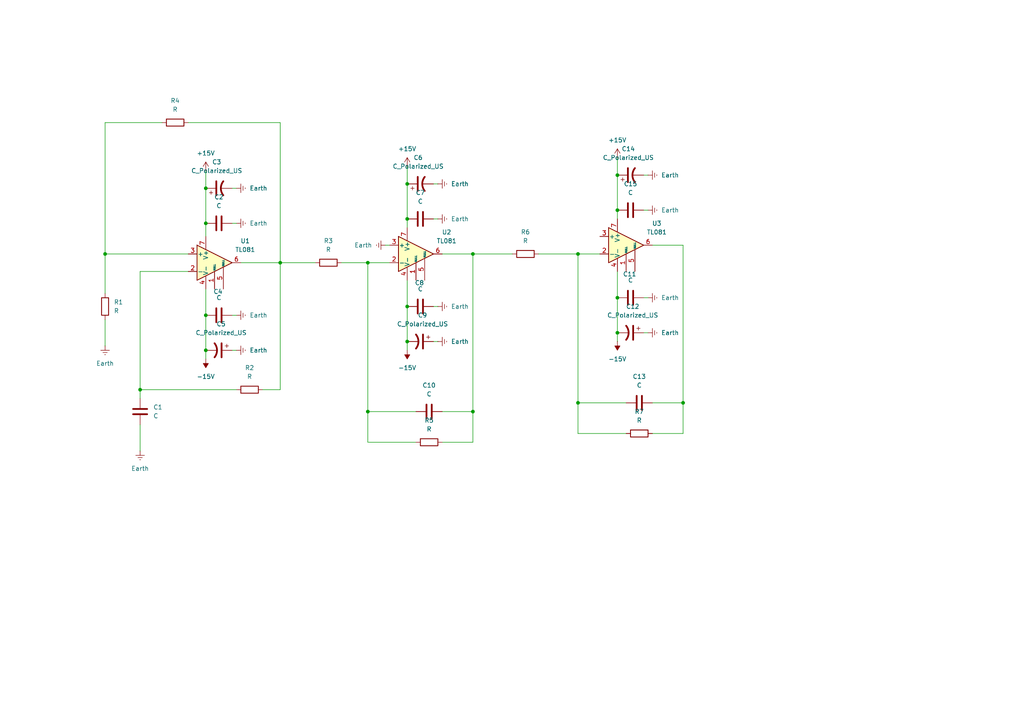
<source format=kicad_sch>
(kicad_sch (version 20231120) (generator "eeschema") (generator_version "8.0")
  (paper "A4")
  (lib_symbols
    (symbol "Amplifier_Operational:TL081" (pin_names (offset 0.127))
      (property "Reference" "U" (at 0 6.35 0))
      (property "Value" "TL081" (at 0 3.81 0))
      (symbol "TL081_0_1"
        (polyline (pts (xy -5.08 5.08) (xy 5.08 0) (xy -5.08 -5.08) (xy -5.08 5.08)) (stroke (width 0.254)) (fill (type background)))
      )
      (symbol "TL081_1_1"
        (pin input line (at 0 -7.62 90) (length 5.08) (name "NULL") (number "1"))
        (pin input line (at -7.62 -2.54 0) (length 2.54) (name "-") (number "2"))
        (pin input line (at -7.62 2.54 0) (length 2.54) (name "+") (number "3"))
        (pin power_in line (at -2.54 -7.62 90) (length 3.81) (name "V-") (number "4"))
        (pin input line (at 2.54 -7.62 90) (length 6.35) (name "NULL") (number "5"))
        (pin output line (at 7.62 0 180) (length 2.54) (name "~") (number "6"))
        (pin power_in line (at -2.54 7.62 270) (length 3.81) (name "V+") (number "7"))
        (pin no_connect line (at 0 2.54 270) (length 2.54) hide (name "NC") (number "8"))
      )
    )
    (symbol "Device:C" (pin_numbers hide) (pin_names (offset 0.254))
      (property "Reference" "C" (at 0.635 2.54 0))
      (property "Value" "C" (at 0.635 -2.54 0))
      (symbol "C_0_1"
        (polyline (pts (xy -2.032 -0.762) (xy 2.032 -0.762)) (stroke (width 0.508)))
        (polyline (pts (xy -2.032 0.762) (xy 2.032 0.762)) (stroke (width 0.508)))
      )
      (symbol "C_1_1"
        (pin passive line (at 0 3.81 270) (length 2.794) (name "~") (number "1"))
        (pin passive line (at 0 -3.81 90) (length 2.794) (name "~") (number "2"))
      )
    )
    (symbol "Device:C_Polarized_US" (pin_numbers hide) (pin_names (offset 0.254) hide)
      (property "Reference" "C" (at 0.635 2.54 0))
      (property "Value" "C_Polarized_US" (at 0.635 -2.54 0))
      (symbol "C_Polarized_US_0_1"
        (polyline (pts (xy -2.032 0.762) (xy 2.032 0.762)) (stroke (width 0.508)))
        (polyline (pts (xy -1.778 2.286) (xy -0.762 2.286)))
        (polyline (pts (xy -1.27 1.778) (xy -1.27 2.794)))
        (arc (start 2.032 -1.27) (mid 0 -0.5572) (end -2.032 -1.27) (stroke (width 0.508)))
      )
      (symbol "C_Polarized_US_1_1"
        (pin passive line (at 0 3.81 270) (length 2.794) (name "~") (number "1"))
        (pin passive line (at 0 -3.81 90) (length 3.302) (name "~") (number "2"))
      )
    )
    (symbol "Device:R" (pin_numbers hide) (pin_names (offset 0))
      (property "Reference" "R" (at 2.032 0 90))
      (property "Value" "R" (at 0 0 90))
      (symbol "R_0_1"
        (rectangle (start -1.016 -2.54) (end 1.016 2.54) (stroke (width 0.254)))
      )
      (symbol "R_1_1"
        (pin passive line (at 0 3.81 270) (length 1.27) (name "~") (number "1"))
        (pin passive line (at 0 -3.81 90) (length 1.27) (name "~") (number "2"))
      )
    )
    (symbol "power:+15V" (power) (pin_numbers hide) (pin_names (offset 0) hide)
      (property "Value" "+15V" (at 0 3.556 0))
      (symbol "+15V_0_1"
        (polyline (pts (xy -0.762 1.27) (xy 0 2.54)))
        (polyline (pts (xy 0 0) (xy 0 2.54)))
        (polyline (pts (xy 0 2.54) (xy 0.762 1.27)))
      )
      (symbol "+15V_1_1"
        (pin power_in line (at 0 0 90) (length 0) (name "~") (number "1"))
      )
    )
    (symbol "power:-15V" (power) (pin_numbers hide) (pin_names (offset 0) hide)
      (property "Value" "-15V" (at 0 3.556 0))
      (symbol "-15V_0_0"
        (pin power_in line (at 0 0 90) (length 0) (name "~") (number "1"))
      )
      (symbol "-15V_0_1"
        (polyline (pts (xy 0 0) (xy 0 1.27) (xy 0.762 1.27) (xy 0 2.54) (xy -0.762 1.27) (xy 0 1.27)) (fill (type outline)))
      )
    )
    (symbol "power:Earth" (power) (pin_numbers hide) (pin_names (offset 0) hide)
      (property "Value" "Earth" (at 0 -3.81 0))
      (symbol "Earth_0_1"
        (polyline (pts (xy -0.635 -1.905) (xy 0.635 -1.905)))
        (polyline (pts (xy -0.127 -2.54) (xy 0.127 -2.54)))
        (polyline (pts (xy 0 -1.27) (xy 0 0)))
        (polyline (pts (xy 1.27 -1.27) (xy -1.27 -1.27)))
      )
      (symbol "Earth_1_1"
        (pin power_in line (at 0 0 270) (length 0) (name "~") (number "1"))
      )
    )
  )
  (junction (at 59.69 54.61))
  (junction (at 179.07 96.52))
  (junction (at 118.11 63.5))
  (junction (at 30.48 73.66))
  (junction (at 118.11 88.9))
  (junction (at 179.07 86.36))
  (junction (at 59.69 101.6))
  (junction (at 167.64 73.66))
  (junction (at 106.68 76.2))
  (junction (at 167.64 116.84))
  (junction (at 40.64 113.03))
  (junction (at 179.07 60.96))
  (junction (at 118.11 53.34))
  (junction (at 179.07 50.8))
  (junction (at 106.68 119.38))
  (junction (at 118.11 99.06))
  (junction (at 81.28 76.2))
  (junction (at 59.69 64.77))
  (junction (at 137.16 119.38))
  (junction (at 59.69 91.44))
  (junction (at 137.16 73.66))
  (junction (at 198.12 116.84))
  (wire (pts (xy 67.31 91.44) (xy 68.58 91.44)))
  (wire (pts (xy 181.61 116.84) (xy 167.64 116.84)))
  (wire (pts (xy 179.07 60.96) (xy 179.07 63.5)))
  (wire (pts (xy 179.07 86.36) (xy 179.07 96.52)))
  (wire (pts (xy 106.68 119.38) (xy 106.68 128.27)))
  (wire (pts (xy 99.06 76.2) (xy 106.68 76.2)))
  (wire (pts (xy 189.23 125.73) (xy 198.12 125.73)))
  (wire (pts (xy 179.07 45.72) (xy 179.07 50.8)))
  (wire (pts (xy 67.31 101.6) (xy 68.58 101.6)))
  (wire (pts (xy 40.64 113.03) (xy 40.64 115.57)))
  (wire (pts (xy 167.64 116.84) (xy 167.64 125.73)))
  (wire (pts (xy 167.64 116.84) (xy 167.64 73.66)))
  (wire (pts (xy 59.69 49.53) (xy 59.69 54.61)))
  (wire (pts (xy 54.61 35.56) (xy 81.28 35.56)))
  (wire (pts (xy 125.73 53.34) (xy 127 53.34)))
  (wire (pts (xy 189.23 116.84) (xy 198.12 116.84)))
  (wire (pts (xy 40.64 113.03) (xy 68.58 113.03)))
  (wire (pts (xy 69.85 76.2) (xy 81.28 76.2)))
  (wire (pts (xy 125.73 99.06) (xy 127 99.06)))
  (wire (pts (xy 198.12 125.73) (xy 198.12 116.84)))
  (wire (pts (xy 186.69 86.36) (xy 187.96 86.36)))
  (wire (pts (xy 106.68 119.38) (xy 106.68 76.2)))
  (wire (pts (xy 106.68 128.27) (xy 120.65 128.27)))
  (wire (pts (xy 111.76 71.12) (xy 113.03 71.12)))
  (wire (pts (xy 30.48 85.09) (xy 30.48 73.66)))
  (wire (pts (xy 179.07 96.52) (xy 179.07 99.06)))
  (wire (pts (xy 67.31 64.77) (xy 68.58 64.77)))
  (wire (pts (xy 81.28 76.2) (xy 91.44 76.2)))
  (wire (pts (xy 118.11 99.06) (xy 118.11 101.6)))
  (wire (pts (xy 59.69 101.6) (xy 59.69 104.14)))
  (wire (pts (xy 120.65 119.38) (xy 106.68 119.38)))
  (wire (pts (xy 40.64 123.19) (xy 40.64 130.81)))
  (wire (pts (xy 128.27 119.38) (xy 137.16 119.38)))
  (wire (pts (xy 186.69 60.96) (xy 187.96 60.96)))
  (wire (pts (xy 30.48 73.66) (xy 54.61 73.66)))
  (wire (pts (xy 186.69 96.52) (xy 187.96 96.52)))
  (wire (pts (xy 198.12 116.84) (xy 198.12 71.12)))
  (wire (pts (xy 156.21 73.66) (xy 167.64 73.66)))
  (wire (pts (xy 118.11 53.34) (xy 118.11 63.5)))
  (wire (pts (xy 40.64 78.74) (xy 54.61 78.74)))
  (wire (pts (xy 59.69 91.44) (xy 59.69 101.6)))
  (wire (pts (xy 186.69 50.8) (xy 187.96 50.8)))
  (wire (pts (xy 81.28 113.03) (xy 81.28 76.2)))
  (wire (pts (xy 137.16 73.66) (xy 148.59 73.66)))
  (wire (pts (xy 118.11 63.5) (xy 118.11 66.04)))
  (wire (pts (xy 76.2 113.03) (xy 81.28 113.03)))
  (wire (pts (xy 81.28 35.56) (xy 81.28 76.2)))
  (wire (pts (xy 179.07 78.74) (xy 179.07 86.36)))
  (wire (pts (xy 30.48 92.71) (xy 30.48 100.33)))
  (wire (pts (xy 118.11 88.9) (xy 118.11 99.06)))
  (wire (pts (xy 137.16 119.38) (xy 137.16 73.66)))
  (wire (pts (xy 179.07 50.8) (xy 179.07 60.96)))
  (wire (pts (xy 167.64 73.66) (xy 173.99 73.66)))
  (wire (pts (xy 128.27 128.27) (xy 137.16 128.27)))
  (wire (pts (xy 118.11 48.26) (xy 118.11 53.34)))
  (wire (pts (xy 125.73 88.9) (xy 127 88.9)))
  (wire (pts (xy 59.69 54.61) (xy 59.69 64.77)))
  (wire (pts (xy 67.31 54.61) (xy 68.58 54.61)))
  (wire (pts (xy 128.27 73.66) (xy 137.16 73.66)))
  (wire (pts (xy 189.23 71.12) (xy 198.12 71.12)))
  (wire (pts (xy 40.64 78.74) (xy 40.64 113.03)))
  (wire (pts (xy 46.99 35.56) (xy 30.48 35.56)))
  (wire (pts (xy 167.64 125.73) (xy 181.61 125.73)))
  (wire (pts (xy 59.69 64.77) (xy 59.69 68.58)))
  (wire (pts (xy 118.11 81.28) (xy 118.11 88.9)))
  (wire (pts (xy 125.73 63.5) (xy 127 63.5)))
  (wire (pts (xy 106.68 76.2) (xy 113.03 76.2)))
  (wire (pts (xy 59.69 83.82) (xy 59.69 91.44)))
  (wire (pts (xy 137.16 128.27) (xy 137.16 119.38)))
  (wire (pts (xy 30.48 35.56) (xy 30.48 73.66)))
  (symbol (lib_id "power:Earth") (at 187.96 96.52 90) (unit 1)
    (property "Reference" "#PWR018" (effects (hide yes)))
    (property "Value" "Earth" (at 191.77 96.5199 90) (effects (justify right)))
    (property "Description" "Power symbol creates a global label with name \"Earth\"" (effects (hide yes)))
  )
  (symbol (lib_id "Device:C") (at 121.92 88.9 90) (unit 1)
    (property "Reference" "C8" (at 121.666 82.042 90))
    (property "Value" "C" (at 121.92 83.82 90))
    (property "Description" "Unpolarized capacitor" (effects (hide yes)))
  )
  (symbol (lib_id "Amplifier_Operational:TL081") (at 62.23 76.2 0) (unit 1)
    (property "Reference" "U1" (at 71.12 69.8814 0))
    (property "Value" "TL081" (at 71.12 72.4214 0))
    (property "Datasheet" "http://www.ti.com/lit/ds/symlink/tl081.pdf" (effects (hide yes)))
    (property "Description" "Single JFET-Input Operational Amplifiers, DIP-8/SOIC-8" (effects (hide yes)))
  )
  (symbol (lib_id "power:+15V") (at 118.11 48.26 0) (unit 1)
    (property "Reference" "#PWR09" (effects (hide yes)))
    (property "Value" "+15V" (at 118.11 43.18 0))
    (property "Description" "Power symbol creates a global label with name \"+15V\"" (effects (hide yes)))
  )
  (symbol (lib_id "power:-15V") (at 118.11 101.6 180) (unit 1)
    (property "Reference" "#PWR012" (effects (hide yes)))
    (property "Value" "-15V" (at 118.11 106.68 0))
    (property "Description" "Power symbol creates a global label with name \"-15V\"" (effects (hide yes)))
  )
  (symbol (lib_id "Device:C") (at 185.42 116.84 90) (unit 1)
    (property "Reference" "C13" (at 185.42 109.22 90))
    (property "Value" "C" (at 185.42 111.76 90))
    (property "Description" "Unpolarized capacitor" (effects (hide yes)))
  )
  (symbol (lib_id "power:Earth") (at 68.58 91.44 90) (unit 1)
    (property "Reference" "#PWR06" (effects (hide yes)))
    (property "Value" "Earth" (at 72.39 91.4399 90) (effects (justify right)))
    (property "Description" "Power symbol creates a global label with name \"Earth\"" (effects (hide yes)))
  )
  (symbol (lib_id "Device:R") (at 95.25 76.2 90) (unit 1)
    (property "Reference" "R3" (at 95.25 69.85 90))
    (property "Value" "R" (at 95.25 72.39 90))
    (property "Description" "Resistor" (effects (hide yes)))
  )
  (symbol (lib_id "power:-15V") (at 179.07 99.06 180) (unit 1)
    (property "Reference" "#PWR016" (effects (hide yes)))
    (property "Value" "-15V" (at 179.07 104.14 0))
    (property "Description" "Power symbol creates a global label with name \"-15V\"" (effects (hide yes)))
  )
  (symbol (lib_id "Device:R") (at 30.48 88.9 0) (unit 1)
    (property "Reference" "R1" (at 33.02 87.6299 0) (effects (justify left)))
    (property "Value" "R" (at 33.02 90.1699 0) (effects (justify left)))
    (property "Description" "Resistor" (effects (hide yes)))
  )
  (symbol (lib_id "power:Earth") (at 40.64 130.81 0) (unit 1)
    (property "Reference" "#PWR01" (effects (hide yes)))
    (property "Value" "Earth" (at 40.64 135.89 0))
    (property "Description" "Power symbol creates a global label with name \"Earth\"" (effects (hide yes)))
  )
  (symbol (lib_id "power:Earth") (at 68.58 54.61 90) (unit 1)
    (property "Reference" "#PWR04" (effects (hide yes)))
    (property "Value" "Earth" (at 72.39 54.6099 90) (effects (justify right)))
    (property "Description" "Power symbol creates a global label with name \"Earth\"" (effects (hide yes)))
  )
  (symbol (lib_id "Device:R") (at 185.42 125.73 90) (unit 1)
    (property "Reference" "R7" (at 185.42 119.38 90))
    (property "Value" "R" (at 185.42 121.92 90))
    (property "Description" "Resistor" (effects (hide yes)))
  )
  (symbol (lib_id "Device:C") (at 121.92 63.5 90) (unit 1)
    (property "Reference" "C7" (at 121.92 55.88 90))
    (property "Value" "C" (at 121.92 58.42 90))
    (property "Description" "Unpolarized capacitor" (effects (hide yes)))
  )
  (symbol (lib_id "Device:C_Polarized_US") (at 182.88 96.52 270) (unit 1)
    (property "Reference" "C12" (at 183.515 88.9 90))
    (property "Value" "C_Polarized_US" (at 183.515 91.44 90))
    (property "Description" "Polarized capacitor, US symbol" (effects (hide yes)))
  )
  (symbol (lib_id "Device:C_Polarized_US") (at 121.92 99.06 270) (unit 1)
    (property "Reference" "C9" (at 122.555 91.44 90))
    (property "Value" "C_Polarized_US" (at 122.555 93.98 90))
    (property "Description" "Polarized capacitor, US symbol" (effects (hide yes)))
  )
  (symbol (lib_id "power:Earth") (at 30.48 100.33 0) (unit 1)
    (property "Reference" "#PWR015" (effects (hide yes)))
    (property "Value" "Earth" (at 30.48 105.41 0))
    (property "Description" "Power symbol creates a global label with name \"Earth\"" (effects (hide yes)))
  )
  (symbol (lib_id "Device:C_Polarized_US") (at 121.92 53.34 90) (unit 1)
    (property "Reference" "C6" (at 121.285 45.72 90))
    (property "Value" "C_Polarized_US" (at 121.285 48.26 90))
    (property "Description" "Polarized capacitor, US symbol" (effects (hide yes)))
  )
  (symbol (lib_id "power:-15V") (at 59.69 104.14 180) (unit 1)
    (property "Reference" "#PWR07" (effects (hide yes)))
    (property "Value" "-15V" (at 59.69 109.22 0))
    (property "Description" "Power symbol creates a global label with name \"-15V\"" (effects (hide yes)))
  )
  (symbol (lib_id "Device:C") (at 124.46 119.38 90) (unit 1)
    (property "Reference" "C10" (at 124.46 111.76 90))
    (property "Value" "C" (at 124.46 114.3 90))
    (property "Description" "Unpolarized capacitor" (effects (hide yes)))
  )
  (symbol (lib_id "Device:R") (at 50.8 35.56 90) (unit 1)
    (property "Reference" "R4" (at 50.8 29.21 90))
    (property "Value" "R" (at 50.8 31.75 90))
    (property "Description" "Resistor" (effects (hide yes)))
  )
  (symbol (lib_id "Device:C") (at 182.88 60.96 90) (unit 1)
    (property "Reference" "C15" (at 182.88 53.34 90))
    (property "Value" "C" (at 182.88 55.88 90))
    (property "Description" "Unpolarized capacitor" (effects (hide yes)))
  )
  (symbol (lib_id "Amplifier_Operational:TL081") (at 181.61 71.12 0) (unit 1)
    (property "Reference" "U3" (at 190.5 64.8014 0))
    (property "Value" "TL081" (at 190.5 67.3414 0))
    (property "Datasheet" "http://www.ti.com/lit/ds/symlink/tl081.pdf" (effects (hide yes)))
    (property "Description" "Single JFET-Input Operational Amplifiers, DIP-8/SOIC-8" (effects (hide yes)))
  )
  (symbol (lib_id "power:Earth") (at 127 53.34 90) (unit 1)
    (property "Reference" "#PWR010" (effects (hide yes)))
    (property "Value" "Earth" (at 130.81 53.3399 90) (effects (justify right)))
    (property "Description" "Power symbol creates a global label with name \"Earth\"" (effects (hide yes)))
  )
  (symbol (lib_id "Device:C") (at 63.5 64.77 90) (unit 1)
    (property "Reference" "C2" (at 63.5 57.15 90))
    (property "Value" "C" (at 63.5 59.69 90))
    (property "Description" "Unpolarized capacitor" (effects (hide yes)))
  )
  (symbol (lib_id "Device:R") (at 124.46 128.27 90) (unit 1)
    (property "Reference" "R5" (at 124.46 121.92 90))
    (property "Value" "R" (at 124.46 124.46 90))
    (property "Description" "Resistor" (effects (hide yes)))
  )
  (symbol (lib_id "power:Earth") (at 68.58 64.77 90) (unit 1)
    (property "Reference" "#PWR03" (effects (hide yes)))
    (property "Value" "Earth" (at 72.39 64.7699 90) (effects (justify right)))
    (property "Description" "Power symbol creates a global label with name \"Earth\"" (effects (hide yes)))
  )
  (symbol (lib_id "power:Earth") (at 187.96 50.8 90) (unit 1)
    (property "Reference" "#PWR020" (effects (hide yes)))
    (property "Value" "Earth" (at 191.77 50.7999 90) (effects (justify right)))
    (property "Description" "Power symbol creates a global label with name \"Earth\"" (effects (hide yes)))
  )
  (symbol (lib_id "Device:C_Polarized_US") (at 182.88 50.8 90) (unit 1)
    (property "Reference" "C14" (at 182.245 43.18 90))
    (property "Value" "C_Polarized_US" (at 182.245 45.72 90))
    (property "Description" "Polarized capacitor, US symbol" (effects (hide yes)))
  )
  (symbol (lib_id "power:Earth") (at 187.96 60.96 90) (unit 1)
    (property "Reference" "#PWR021" (effects (hide yes)))
    (property "Value" "Earth" (at 191.77 60.9599 90) (effects (justify right)))
    (property "Description" "Power symbol creates a global label with name \"Earth\"" (effects (hide yes)))
  )
  (symbol (lib_id "Device:C") (at 63.5 91.44 90) (unit 1)
    (property "Reference" "C4" (at 63.246 84.582 90))
    (property "Value" "C" (at 63.5 86.36 90))
    (property "Description" "Unpolarized capacitor" (effects (hide yes)))
  )
  (symbol (lib_id "power:Earth") (at 127 63.5 90) (unit 1)
    (property "Reference" "#PWR011" (effects (hide yes)))
    (property "Value" "Earth" (at 130.81 63.4999 90) (effects (justify right)))
    (property "Description" "Power symbol creates a global label with name \"Earth\"" (effects (hide yes)))
  )
  (symbol (lib_id "Device:R") (at 72.39 113.03 90) (unit 1)
    (property "Reference" "R2" (at 72.39 106.68 90))
    (property "Value" "R" (at 72.39 109.22 90))
    (property "Description" "Resistor" (effects (hide yes)))
  )
  (symbol (lib_id "Device:C") (at 182.88 86.36 90) (unit 1)
    (property "Reference" "C11" (at 182.626 79.502 90))
    (property "Value" "C" (at 182.88 81.28 90))
    (property "Description" "Unpolarized capacitor" (effects (hide yes)))
  )
  (symbol (lib_id "Device:C_Polarized_US") (at 63.5 54.61 90) (unit 1)
    (property "Reference" "C3" (at 62.865 46.99 90))
    (property "Value" "C_Polarized_US" (at 62.865 49.53 90))
    (property "Description" "Polarized capacitor, US symbol" (effects (hide yes)))
  )
  (symbol (lib_id "power:Earth") (at 111.76 71.12 270) (unit 1)
    (property "Reference" "#PWR08" (effects (hide yes)))
    (property "Value" "Earth" (at 107.95 71.1199 90) (effects (justify right)))
    (property "Description" "Power symbol creates a global label with name \"Earth\"" (effects (hide yes)))
  )
  (symbol (lib_id "power:Earth") (at 127 99.06 90) (unit 1)
    (property "Reference" "#PWR014" (effects (hide yes)))
    (property "Value" "Earth" (at 130.81 99.0599 90) (effects (justify right)))
    (property "Description" "Power symbol creates a global label with name \"Earth\"" (effects (hide yes)))
  )
  (symbol (lib_id "power:Earth") (at 68.58 101.6 90) (unit 1)
    (property "Reference" "#PWR05" (effects (hide yes)))
    (property "Value" "Earth" (at 72.39 101.5999 90) (effects (justify right)))
    (property "Description" "Power symbol creates a global label with name \"Earth\"" (effects (hide yes)))
  )
  (symbol (lib_id "power:Earth") (at 127 88.9 90) (unit 1)
    (property "Reference" "#PWR013" (effects (hide yes)))
    (property "Value" "Earth" (at 130.81 88.8999 90) (effects (justify right)))
    (property "Description" "Power symbol creates a global label with name \"Earth\"" (effects (hide yes)))
  )
  (symbol (lib_id "power:+15V") (at 179.07 45.72 0) (unit 1)
    (property "Reference" "#PWR019" (effects (hide yes)))
    (property "Value" "+15V" (at 179.07 40.64 0))
    (property "Description" "Power symbol creates a global label with name \"+15V\"" (effects (hide yes)))
  )
  (symbol (lib_id "Device:C_Polarized_US") (at 63.5 101.6 270) (unit 1)
    (property "Reference" "C5" (at 64.135 93.98 90))
    (property "Value" "C_Polarized_US" (at 64.135 96.52 90))
    (property "Description" "Polarized capacitor, US symbol" (effects (hide yes)))
  )
  (symbol (lib_id "power:Earth") (at 187.96 86.36 90) (unit 1)
    (property "Reference" "#PWR017" (effects (hide yes)))
    (property "Value" "Earth" (at 191.77 86.3599 90) (effects (justify right)))
    (property "Description" "Power symbol creates a global label with name \"Earth\"" (effects (hide yes)))
  )
  (symbol (lib_id "Amplifier_Operational:TL081") (at 120.65 73.66 0) (unit 1)
    (property "Reference" "U2" (at 129.54 67.3414 0))
    (property "Value" "TL081" (at 129.54 69.8814 0))
    (property "Datasheet" "http://www.ti.com/lit/ds/symlink/tl081.pdf" (effects (hide yes)))
    (property "Description" "Single JFET-Input Operational Amplifiers, DIP-8/SOIC-8" (effects (hide yes)))
  )
  (symbol (lib_id "Device:C") (at 40.64 119.38 0) (unit 1)
    (property "Reference" "C1" (at 44.45 118.1099 0) (effects (justify left)))
    (property "Value" "C" (at 44.45 120.6499 0) (effects (justify left)))
    (property "Description" "Unpolarized capacitor" (effects (hide yes)))
  )
  (symbol (lib_id "power:+15V") (at 59.69 49.53 0) (unit 1)
    (property "Reference" "#PWR02" (effects (hide yes)))
    (property "Value" "+15V" (at 59.69 44.45 0))
    (property "Description" "Power symbol creates a global label with name \"+15V\"" (effects (hide yes)))
  )
  (symbol (lib_id "Device:R") (at 152.4 73.66 90) (unit 1)
    (property "Reference" "R6" (at 152.4 67.31 90))
    (property "Value" "R" (at 152.4 69.85 90))
    (property "Description" "Resistor" (effects (hide yes)))
  )
)
</source>
